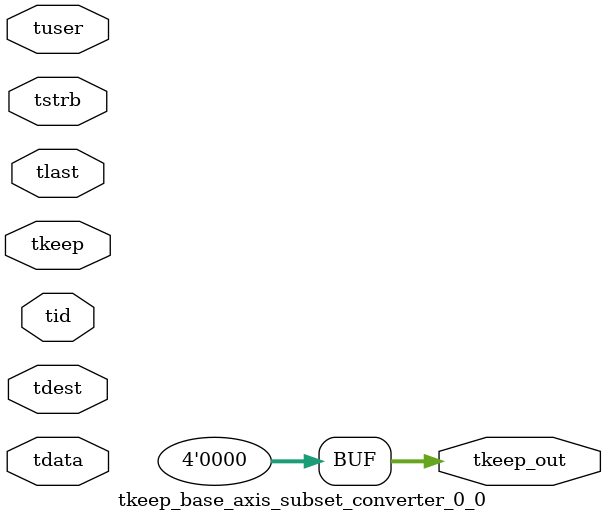
<source format=v>


`timescale 1ps/1ps

module tkeep_base_axis_subset_converter_0_0 #
(
parameter C_S_AXIS_TDATA_WIDTH = 32,
parameter C_S_AXIS_TUSER_WIDTH = 0,
parameter C_S_AXIS_TID_WIDTH   = 0,
parameter C_S_AXIS_TDEST_WIDTH = 0,
parameter C_M_AXIS_TDATA_WIDTH = 32
)
(
input  [(C_S_AXIS_TDATA_WIDTH == 0 ? 1 : C_S_AXIS_TDATA_WIDTH)-1:0     ] tdata,
input  [(C_S_AXIS_TUSER_WIDTH == 0 ? 1 : C_S_AXIS_TUSER_WIDTH)-1:0     ] tuser,
input  [(C_S_AXIS_TID_WIDTH   == 0 ? 1 : C_S_AXIS_TID_WIDTH)-1:0       ] tid,
input  [(C_S_AXIS_TDEST_WIDTH == 0 ? 1 : C_S_AXIS_TDEST_WIDTH)-1:0     ] tdest,
input  [(C_S_AXIS_TDATA_WIDTH/8)-1:0 ] tkeep,
input  [(C_S_AXIS_TDATA_WIDTH/8)-1:0 ] tstrb,
input                                                                    tlast,
output [(C_M_AXIS_TDATA_WIDTH/8)-1:0 ] tkeep_out
);

assign tkeep_out = {1'b0};

endmodule


</source>
